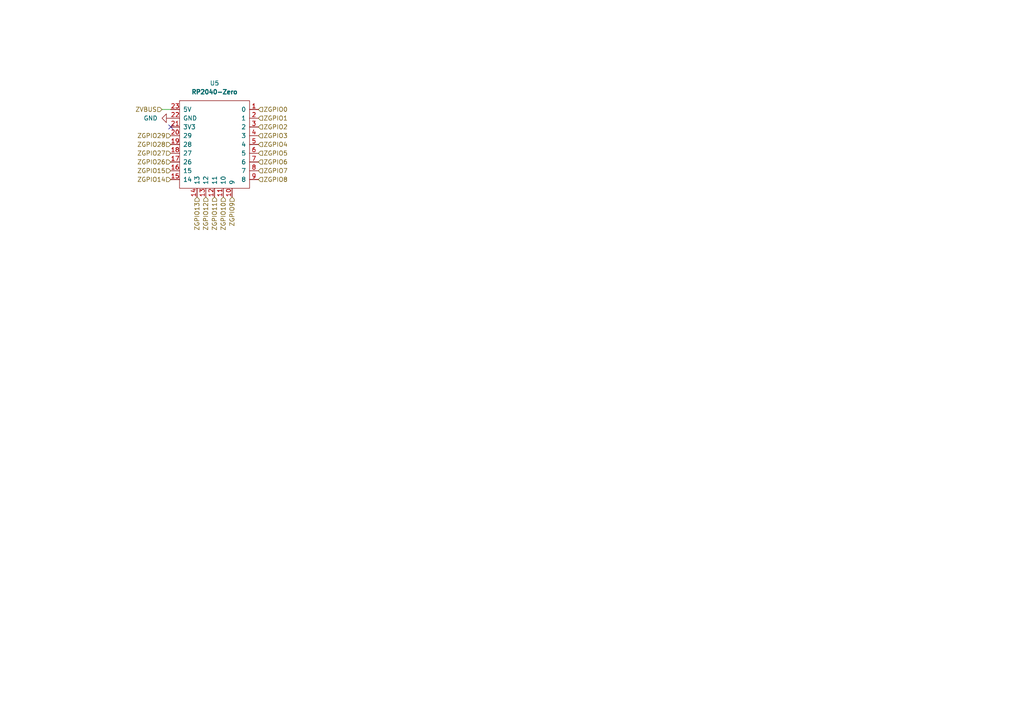
<source format=kicad_sch>
(kicad_sch (version 20250114) (generator "eeschema") (generator_version "9.0")
  (paper "A4")
  (title_block (title "FRANK M1") (date "2025-03-26") (rev "1.16") (company "Mikhail Matveev") (comment 1 "https://github.com/xtremespb/frank"))
  (lib_symbols
    (symbol "FRANK:RP_2040_Zero" (pin_names (offset 1.016))
      (property "Reference" "RP2" (at 0 16.51 0))
      (property "Value" "RP 2040 Zero" (at 0 13.97 0))
      (symbol "RP_2040_Zero_0_1"
        (rectangle (start -10.16 11.43) (end 10.16 -13.97))
      )
      (symbol "RP_2040_Zero_1_1"
        (pin power_out line (at -12.7 8.89 0) (length 2.54) (name "5V") (number "23"))
        (pin power_out line (at -12.7 6.35 0) (length 2.54) (name "GND") (number "22"))
        (pin power_out line (at -12.7 3.81 0) (length 2.54) (name "3V3") (number "21"))
        (pin bidirectional line (at -12.7 1.27 0) (length 2.54) (name "29") (number "20"))
        (pin bidirectional line (at -12.7 -1.27 0) (length 2.54) (name "28") (number "19"))
        (pin bidirectional line (at -12.7 -3.81 0) (length 2.54) (name "27") (number "18"))
        (pin bidirectional line (at -12.7 -6.35 0) (length 2.54) (name "26") (number "17"))
        (pin bidirectional line (at -12.7 -8.89 0) (length 2.54) (name "15") (number "16"))
        (pin bidirectional line (at -12.7 -11.43 0) (length 2.54) (name "14") (number "15"))
        (pin bidirectional line (at -5.08 -16.51 90) (length 2.54) (name "13") (number "14"))
        (pin bidirectional line (at -2.54 -16.51 90) (length 2.54) (name "12") (number "13"))
        (pin bidirectional line (at 0 -16.51 90) (length 2.54) (name "11") (number "12"))
        (pin bidirectional line (at 2.54 -16.51 90) (length 2.54) (name "10") (number "11"))
        (pin bidirectional line (at 5.08 -16.51 90) (length 2.54) (name "9") (number "10"))
        (pin bidirectional line (at 12.7 8.89 180) (length 2.54) (name "0") (number "1"))
        (pin bidirectional line (at 12.7 6.35 180) (length 2.54) (name "1") (number "2"))
        (pin bidirectional line (at 12.7 3.81 180) (length 2.54) (name "2") (number "3"))
        (pin bidirectional line (at 12.7 1.27 180) (length 2.54) (name "3") (number "4"))
        (pin bidirectional line (at 12.7 -1.27 180) (length 2.54) (name "4") (number "5"))
        (pin bidirectional line (at 12.7 -3.81 180) (length 2.54) (name "5") (number "6"))
        (pin bidirectional line (at 12.7 -6.35 180) (length 2.54) (name "6") (number "7"))
        (pin bidirectional line (at 12.7 -8.89 180) (length 2.54) (name "7") (number "8"))
        (pin bidirectional line (at 12.7 -11.43 180) (length 2.54) (name "8") (number "9"))
      )
    )
    (symbol "GND_1" (power) (pin_numbers (hide yes)) (pin_names (offset 0) (hide yes))
      (property "Value" "GND" (at 0 -3.81 0))
      (symbol "GND_1_0_1"
        (polyline (pts (xy 0 0) (xy 0 -1.27) (xy 1.27 -1.27) (xy 0 -2.54) (xy -1.27 -1.27) (xy 0 -1.27)))
      )
      (symbol "GND_1_1_1"
        (pin power_in line (at 0 0 270) (length 0) (name "~") (number "1"))
      )
    )
  )
  (no_connect (at 49.53 36.83))
  (wire (pts (xy 46.99 31.75) (xy 49.53 31.75)))
  (hierarchical_label "ZGPIO26" (shape input) (at 49.53 46.99 180))
  (hierarchical_label "ZGPIO7" (shape input) (at 74.93 49.53 0))
  (hierarchical_label "ZGPIO14" (shape input) (at 49.53 52.07 180))
  (hierarchical_label "ZGPIO2" (shape input) (at 74.93 36.83 0))
  (hierarchical_label "ZGPIO9" (shape input) (at 67.31 57.15 270))
  (hierarchical_label "ZGPIO10" (shape input) (at 64.77 57.15 270))
  (hierarchical_label "ZGPIO11" (shape input) (at 62.23 57.15 270))
  (hierarchical_label "ZGPIO12" (shape input) (at 59.69 57.15 270))
  (hierarchical_label "ZGPIO0" (shape input) (at 74.93 31.75 0))
  (hierarchical_label "ZGPIO13" (shape input) (at 57.15 57.15 270))
  (hierarchical_label "ZVBUS" (shape input) (at 46.99 31.75 180))
  (hierarchical_label "ZGPIO28" (shape input) (at 49.53 41.91 180))
  (hierarchical_label "ZGPIO15" (shape input) (at 49.53 49.53 180))
  (hierarchical_label "ZGPIO1" (shape input) (at 74.93 34.29 0))
  (hierarchical_label "ZGPIO5" (shape input) (at 74.93 44.45 0))
  (hierarchical_label "ZGPIO29" (shape input) (at 49.53 39.37 180))
  (hierarchical_label "ZGPIO8" (shape input) (at 74.93 52.07 0))
  (hierarchical_label "ZGPIO3" (shape input) (at 74.93 39.37 0))
  (hierarchical_label "ZGPIO27" (shape input) (at 49.53 44.45 180))
  (hierarchical_label "ZGPIO6" (shape input) (at 74.93 46.99 0))
  (hierarchical_label "ZGPIO4" (shape input) (at 74.93 41.91 0))
  (symbol (lib_id "FRANK:RP_2040_Zero") (at 62.23 40.64 0) (unit 1)
    (property "Reference" "U5" (at 62.23 24.13 0))
    (property "Value" "RP2040-Zero" (at 62.23 26.67 0) (effects (font (bold yes))))
    (property "Footprint" "FRANK:Raspberry Pi Zero" (effects (hide yes)))
    (property "Datasheet" "https://files.waveshare.com/upload/f/fd/Rp2040_datasheet.pdf" (effects (hide yes)))
    (property "AliExpress" "https://www.aliexpress.com/item/1005006354505058.html" (effects (hide yes)))
  )
  (symbol (lib_name "GND_1") (lib_id "power:GND") (at 49.53 34.29 270) (unit 1)
    (property "Reference" "#PWR066" (effects (hide yes)))
    (property "Value" "GND" (at 45.72 34.2899 90) (effects (justify right)))
    (property "Description" "Power symbol creates a global label with name \"GND\" , ground" (effects (hide yes)))
  )
)
</source>
